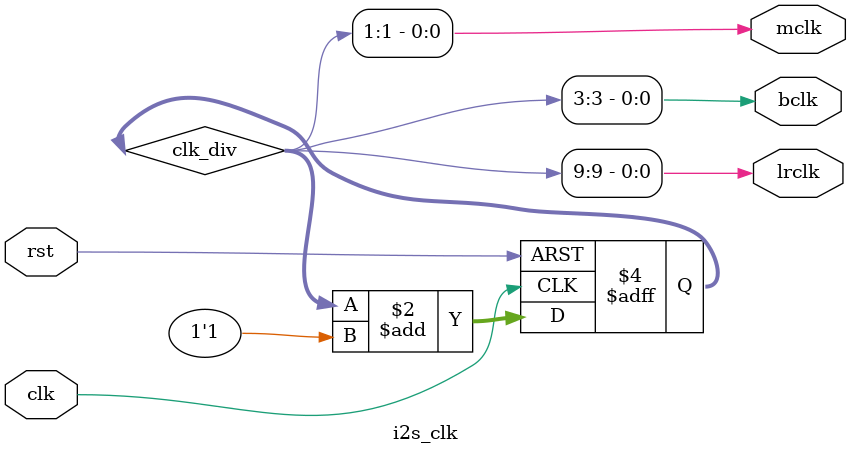
<source format=sv>
module i2s_clk
# (
    parameter            clk_mhz            = 50,
                         word_select_period = 64
)
(
    input                clk,
    input                rst,
    output logic         mclk,
    output logic         bclk,
    output logic         lrclk
);

    // Standard frequencies are 12.288 MHz, 3.072 MHz and 48 KHz.
    // We are using frequencies somewhat higher
    // but with the same relationship 256:64:1.

    // We are grouping together clk_mhz ranges of
    // (9-12) (13-20), (21-36), (37-68), (69-132).

    localparam LRCLK_BIT = $clog2(clk_mhz - 4) + 4,
               BCLK_BIT  = LRCLK_BIT - $clog2(word_select_period),
               MCLK_BIT  = LRCLK_BIT - 8;

    logic   [LRCLK_BIT   - 1:0] clk_div = '0;

    generate

        if (MCLK_BIT > 0)
        begin : gen_MCLK_BIT
            assign mclk = clk_div [MCLK_BIT - 1];
        end
        else
        begin : gen_not_MCLK_BIT
            assign mclk = clk;
        end

    endgenerate

    assign bclk  = clk_div [BCLK_BIT  - 1];
    assign lrclk = clk_div [LRCLK_BIT - 1];

    always_ff @ (posedge clk or posedge rst)
        if (rst)
            clk_div <= '0;
        else
            clk_div <= clk_div + 1'd1;

endmodule

</source>
